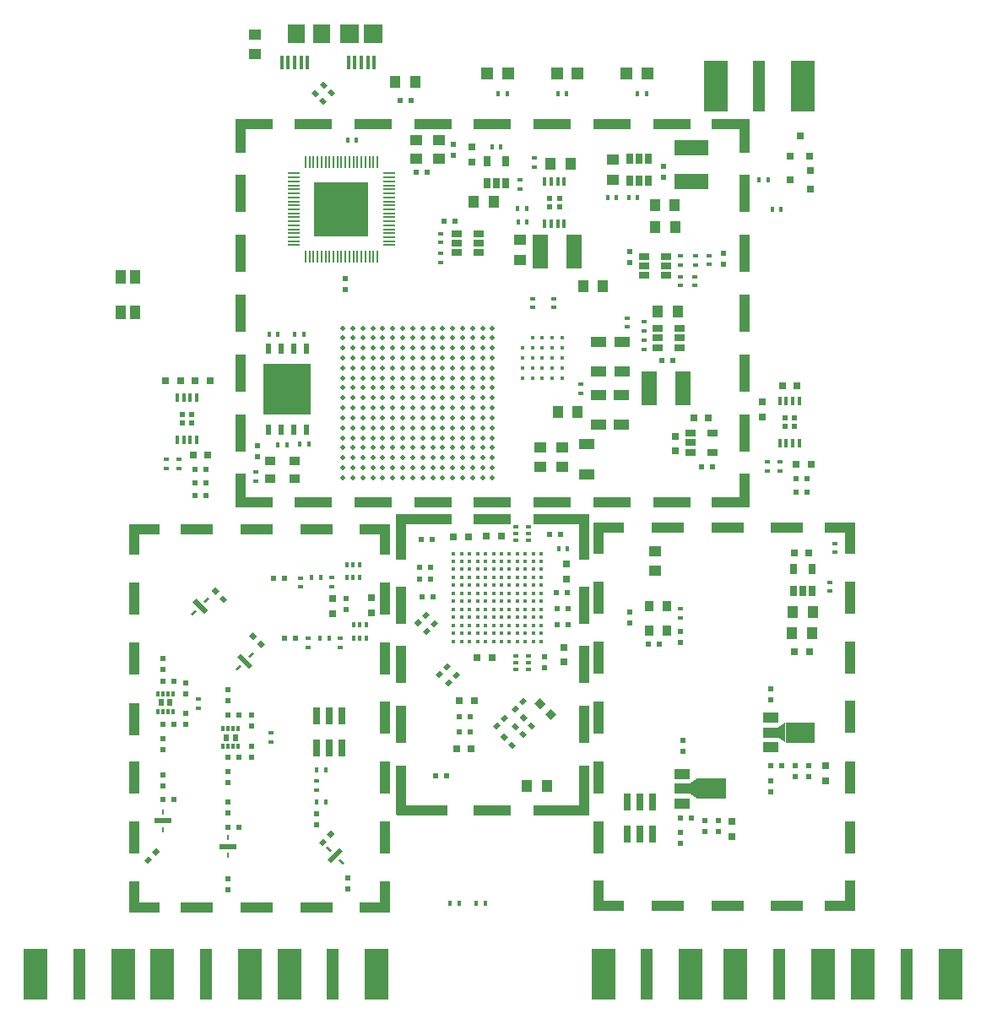
<source format=gtp>
G04 #@! TF.FileFunction,Paste,Top*
%FSLAX46Y46*%
G04 Gerber Fmt 4.6, Leading zero omitted, Abs format (unit mm)*
G04 Created by KiCad (PCBNEW 4.0.4-stable) date Sun Nov  6 13:49:44 2016*
%MOMM*%
%LPD*%
G01*
G04 APERTURE LIST*
%ADD10C,0.100000*%
%ADD11R,0.800100X0.800100*%
%ADD12R,0.800000X0.750000*%
%ADD13C,0.450000*%
%ADD14R,0.500000X0.600000*%
%ADD15R,5.550000X1.000000*%
%ADD16R,3.800000X1.000000*%
%ADD17R,1.000000X4.580000*%
%ADD18R,1.000000X3.800000*%
%ADD19R,1.000000X4.980000*%
%ADD20R,5.140000X1.000000*%
%ADD21R,0.750000X0.800000*%
%ADD22R,3.050000X1.000000*%
%ADD23R,3.300000X1.000000*%
%ADD24R,1.000000X3.050000*%
%ADD25R,1.000000X3.300000*%
%ADD26R,1.000000X3.150000*%
%ADD27R,1.501140X1.000760*%
%ADD28R,2.999740X1.998980*%
%ADD29R,0.600000X0.500000*%
%ADD30R,2.413000X5.080000*%
%ADD31R,1.250000X5.080000*%
%ADD32R,0.400000X1.350000*%
%ADD33R,1.900000X1.900000*%
%ADD34R,1.800000X1.900000*%
%ADD35R,1.600000X1.000000*%
%ADD36R,1.000000X1.250000*%
%ADD37R,1.250000X1.000000*%
%ADD38R,1.198880X1.198880*%
%ADD39R,0.270000X0.600000*%
%ADD40R,1.700000X0.500000*%
%ADD41R,1.500000X3.400000*%
%ADD42R,3.400000X1.500000*%
%ADD43R,0.400000X0.600000*%
%ADD44R,0.600000X0.400000*%
%ADD45R,0.762000X1.651000*%
%ADD46R,0.300000X0.500000*%
%ADD47R,0.528000X0.636000*%
%ADD48R,0.650000X1.060000*%
%ADD49R,0.420000X0.890000*%
%ADD50R,0.564000X0.504000*%
%ADD51R,1.060000X0.650000*%
%ADD52R,0.900000X1.000000*%
%ADD53O,1.200000X0.220000*%
%ADD54O,0.220000X1.200000*%
%ADD55R,5.450000X5.450000*%
%ADD56R,1.000000X0.900000*%
%ADD57R,0.500000X1.000000*%
%ADD58R,4.800000X5.160000*%
%ADD59C,0.500380*%
%ADD60R,1.300000X1.050000*%
%ADD61R,3.850000X1.000000*%
%ADD62R,1.000000X3.350000*%
%ADD63R,0.350000X0.500000*%
%ADD64R,0.500000X0.350000*%
%ADD65R,1.050000X1.400000*%
G04 APERTURE END LIST*
D10*
D11*
X104880000Y-58760760D03*
X106780000Y-58760760D03*
X105830000Y-56761780D03*
D10*
G36*
X57924645Y-127908909D02*
X57571091Y-127555355D01*
X57995355Y-127131091D01*
X58348909Y-127484645D01*
X57924645Y-127908909D01*
X57924645Y-127908909D01*
G37*
G36*
X58702463Y-127131091D02*
X58348909Y-126777537D01*
X58773173Y-126353273D01*
X59126727Y-126706827D01*
X58702463Y-127131091D01*
X58702463Y-127131091D01*
G37*
D12*
X44960000Y-88750000D03*
X46460000Y-88750000D03*
D13*
X71100000Y-98600000D03*
X71100000Y-99400000D03*
X71100000Y-100200000D03*
X71100000Y-101000000D03*
X71100000Y-101800000D03*
X71100000Y-102600000D03*
X71100000Y-103400000D03*
X71100000Y-104200000D03*
X71100000Y-105000000D03*
X71100000Y-105800000D03*
X71100000Y-106600000D03*
X71100000Y-107400000D03*
X71900000Y-98600000D03*
X71900000Y-99400000D03*
X71900000Y-100200000D03*
X71900000Y-101000000D03*
X71900000Y-101800000D03*
X71900000Y-102600000D03*
X71900000Y-103400000D03*
X71900000Y-104200000D03*
X71900000Y-105000000D03*
X71900000Y-105800000D03*
X71900000Y-106600000D03*
X71900000Y-107400000D03*
X72700000Y-98600000D03*
X72700000Y-99400000D03*
X72700000Y-100200000D03*
X72700000Y-101000000D03*
X72700000Y-101800000D03*
X72700000Y-102600000D03*
X72700000Y-103400000D03*
X72700000Y-104200000D03*
X72700000Y-105000000D03*
X72700000Y-105800000D03*
X72700000Y-106600000D03*
X72700000Y-107400000D03*
X73500000Y-98600000D03*
X73500000Y-99400000D03*
X73500000Y-100200000D03*
X73500000Y-101000000D03*
X73500000Y-101800000D03*
X73500000Y-102600000D03*
X73500000Y-103400000D03*
X73500000Y-104200000D03*
X73500000Y-105000000D03*
X73500000Y-105800000D03*
X73500000Y-106600000D03*
X73500000Y-107400000D03*
X74300000Y-98600000D03*
X74300000Y-99400000D03*
X74300000Y-100200000D03*
X74300000Y-101000000D03*
X74300000Y-101800000D03*
X74300000Y-102600000D03*
X74300000Y-103400000D03*
X74300000Y-104200000D03*
X74300000Y-105000000D03*
X74300000Y-105800000D03*
X74300000Y-106600000D03*
X74300000Y-107400000D03*
X75100000Y-98600000D03*
X75100000Y-99400000D03*
X75100000Y-100200000D03*
X75100000Y-101000000D03*
X75100000Y-101800000D03*
X75100000Y-102600000D03*
X75100000Y-103400000D03*
X75100000Y-104200000D03*
X75100000Y-105000000D03*
X75100000Y-105800000D03*
X75100000Y-106600000D03*
X75100000Y-107400000D03*
X75900000Y-98600000D03*
X75900000Y-99400000D03*
X75900000Y-100200000D03*
X75900000Y-101000000D03*
X75900000Y-101800000D03*
X75900000Y-102600000D03*
X75900000Y-103400000D03*
X75900000Y-104200000D03*
X75900000Y-105000000D03*
X75900000Y-105800000D03*
X75900000Y-106600000D03*
X75900000Y-107400000D03*
X76700000Y-98600000D03*
X76700000Y-99400000D03*
X76700000Y-100200000D03*
X76700000Y-101000000D03*
X76700000Y-101800000D03*
X76700000Y-102600000D03*
X76700000Y-103400000D03*
X76700000Y-104200000D03*
X76700000Y-105000000D03*
X76700000Y-105800000D03*
X76700000Y-106600000D03*
X76700000Y-107400000D03*
X77500000Y-98600000D03*
X77500000Y-99400000D03*
X77500000Y-100200000D03*
X77500000Y-101000000D03*
X77500000Y-101800000D03*
X77500000Y-102600000D03*
X77500000Y-103400000D03*
X77500000Y-104200000D03*
X77500000Y-105000000D03*
X77500000Y-105800000D03*
X77500000Y-106600000D03*
X77500000Y-107400000D03*
X78300000Y-98600000D03*
X78300000Y-99400000D03*
X78300000Y-100200000D03*
X78300000Y-101000000D03*
X78300000Y-101800000D03*
X78300000Y-102600000D03*
X78300000Y-103400000D03*
X78300000Y-104200000D03*
X78300000Y-105000000D03*
X78300000Y-105800000D03*
X78300000Y-106600000D03*
X78300000Y-107400000D03*
X79100000Y-98600000D03*
X79100000Y-99400000D03*
X79100000Y-100200000D03*
X79100000Y-101000000D03*
X79100000Y-101800000D03*
X79100000Y-102600000D03*
X79100000Y-103400000D03*
X79100000Y-104200000D03*
X79100000Y-105000000D03*
X79100000Y-105800000D03*
X79100000Y-106600000D03*
X79100000Y-107400000D03*
X79900000Y-98600000D03*
X79900000Y-99400000D03*
X79900000Y-100200000D03*
X79900000Y-101000000D03*
X79900000Y-101800000D03*
X79900000Y-102600000D03*
X79900000Y-103400000D03*
X79900000Y-104200000D03*
X79900000Y-105000000D03*
X79900000Y-105800000D03*
X79900000Y-106600000D03*
X79900000Y-107400000D03*
D14*
X80200000Y-108950000D03*
X80200000Y-110050000D03*
D15*
X81885000Y-95180000D03*
D16*
X75000000Y-95180000D03*
D15*
X68135000Y-95180000D03*
D17*
X65860000Y-96970000D03*
D18*
X65860000Y-103760000D03*
X65860000Y-109760000D03*
X65860000Y-115760000D03*
D19*
X65860000Y-122350000D03*
D20*
X67930000Y-124340000D03*
D16*
X75000000Y-124340000D03*
D15*
X81885000Y-124340000D03*
D19*
X84160000Y-122350000D03*
D18*
X84160000Y-115760000D03*
X84160000Y-109760000D03*
X84160000Y-103760000D03*
D17*
X84160000Y-96970000D03*
D21*
X58940000Y-103140000D03*
X58940000Y-104640000D03*
D22*
X63225000Y-96200000D03*
D23*
X57350000Y-96200000D03*
X51350000Y-96200000D03*
X45350000Y-96200000D03*
D22*
X40075000Y-96200000D03*
D24*
X64250000Y-97225000D03*
D25*
X64250000Y-103100000D03*
X64250000Y-109100000D03*
X64250000Y-115100000D03*
X64250000Y-121100000D03*
X64250000Y-127100000D03*
D26*
X64250000Y-133025000D03*
D22*
X63225000Y-134100000D03*
D23*
X57350000Y-134100000D03*
X51350000Y-134100000D03*
X45350000Y-134100000D03*
D22*
X40075000Y-134100000D03*
D26*
X39050000Y-133025000D03*
D25*
X39050000Y-127100000D03*
X39050000Y-121100000D03*
X39050000Y-115200000D03*
X39050000Y-109100000D03*
X39050000Y-103100000D03*
D24*
X39050000Y-97225000D03*
D22*
X86675000Y-133950000D03*
D23*
X92550000Y-133950000D03*
X98550000Y-133950000D03*
X104550000Y-133950000D03*
D22*
X109825000Y-133950000D03*
D24*
X85650000Y-132925000D03*
D25*
X85650000Y-127050000D03*
X85650000Y-121050000D03*
X85650000Y-115050000D03*
X85650000Y-109050000D03*
X85650000Y-103050000D03*
D26*
X85650000Y-97125000D03*
D22*
X86675000Y-96050000D03*
D23*
X92550000Y-96050000D03*
X98550000Y-96050000D03*
X104550000Y-96050000D03*
D22*
X109825000Y-96050000D03*
D26*
X110850000Y-97125000D03*
D25*
X110850000Y-103050000D03*
X110850000Y-109050000D03*
X110850000Y-114950000D03*
X110850000Y-121050000D03*
X110850000Y-127050000D03*
D24*
X110850000Y-132925000D03*
D27*
X94048340Y-120698860D03*
X94048340Y-122200000D03*
X94048340Y-123701140D03*
D28*
X96999820Y-122200000D03*
D10*
G36*
X95525350Y-123200760D02*
X94776050Y-122700380D01*
X94776050Y-121699620D01*
X95525350Y-121199240D01*
X95525350Y-123200760D01*
X95525350Y-123200760D01*
G37*
D29*
X45160000Y-90210000D03*
X46260000Y-90210000D03*
D30*
X106131500Y-51690000D03*
X97368500Y-51690000D03*
D31*
X101750000Y-51690000D03*
D30*
X99368500Y-140810000D03*
X108131500Y-140810000D03*
D31*
X103750000Y-140810000D03*
D30*
X29168500Y-140810000D03*
X37931500Y-140810000D03*
D31*
X33550000Y-140810000D03*
D32*
X63150000Y-49325000D03*
X62500000Y-49325000D03*
X61850000Y-49325000D03*
X61200000Y-49325000D03*
X60550000Y-49325000D03*
X56450000Y-49325000D03*
X55800000Y-49325000D03*
X55150000Y-49325000D03*
X54500000Y-49325000D03*
X53850000Y-49325000D03*
D33*
X63050000Y-46500000D03*
X60650000Y-46500000D03*
D34*
X57850000Y-46500000D03*
X55350000Y-46500000D03*
D35*
X84490000Y-87660000D03*
X84490000Y-90660000D03*
D14*
X60530000Y-132270000D03*
X60530000Y-131170000D03*
X48490000Y-131220000D03*
X48490000Y-132320000D03*
X93825000Y-126600000D03*
X93825000Y-127700000D03*
X96325000Y-125400000D03*
X96325000Y-126500000D03*
X97625000Y-125400000D03*
X97625000Y-126500000D03*
X48500000Y-123520000D03*
X48500000Y-124620000D03*
X57350000Y-124750000D03*
X57350000Y-125850000D03*
D21*
X99050000Y-125500000D03*
X99050000Y-127000000D03*
D14*
X94100000Y-117350000D03*
X94100000Y-118450000D03*
X50800000Y-119070000D03*
X50800000Y-117970000D03*
D10*
G36*
X76922182Y-115925736D02*
X77275736Y-115572182D01*
X77700000Y-115996446D01*
X77346446Y-116350000D01*
X76922182Y-115925736D01*
X76922182Y-115925736D01*
G37*
G36*
X77700000Y-116703554D02*
X78053554Y-116350000D01*
X78477818Y-116774264D01*
X78124264Y-117127818D01*
X77700000Y-116703554D01*
X77700000Y-116703554D01*
G37*
G36*
X77772182Y-115025736D02*
X78125736Y-114672182D01*
X78550000Y-115096446D01*
X78196446Y-115450000D01*
X77772182Y-115025736D01*
X77772182Y-115025736D01*
G37*
G36*
X78550000Y-115803554D02*
X78903554Y-115450000D01*
X79327818Y-115874264D01*
X78974264Y-116227818D01*
X78550000Y-115803554D01*
X78550000Y-115803554D01*
G37*
D29*
X72770000Y-116470000D03*
X71670000Y-116470000D03*
D36*
X78450000Y-121900000D03*
X80450000Y-121900000D03*
D10*
G36*
X79221662Y-113651992D02*
X79751992Y-113121662D01*
X80317678Y-113687348D01*
X79787348Y-114217678D01*
X79221662Y-113651992D01*
X79221662Y-113651992D01*
G37*
G36*
X80282322Y-114712652D02*
X80812652Y-114182322D01*
X81378338Y-114748008D01*
X80848008Y-115278338D01*
X80282322Y-114712652D01*
X80282322Y-114712652D01*
G37*
D12*
X72870000Y-118200000D03*
X71370000Y-118200000D03*
D14*
X50800000Y-114820000D03*
X50800000Y-115920000D03*
D10*
G36*
X70474264Y-109522182D02*
X70827818Y-109875736D01*
X70403554Y-110300000D01*
X70050000Y-109946446D01*
X70474264Y-109522182D01*
X70474264Y-109522182D01*
G37*
G36*
X69696446Y-110300000D02*
X70050000Y-110653554D01*
X69625736Y-111077818D01*
X69272182Y-110724264D01*
X69696446Y-110300000D01*
X69696446Y-110300000D01*
G37*
G36*
X71424264Y-110372182D02*
X71777818Y-110725736D01*
X71353554Y-111150000D01*
X71000000Y-110796446D01*
X71424264Y-110372182D01*
X71424264Y-110372182D01*
G37*
G36*
X70646446Y-111150000D02*
X71000000Y-111503554D01*
X70575736Y-111927818D01*
X70222182Y-111574264D01*
X70646446Y-111150000D01*
X70646446Y-111150000D01*
G37*
G36*
X75822182Y-116975736D02*
X76175736Y-116622182D01*
X76600000Y-117046446D01*
X76246446Y-117400000D01*
X75822182Y-116975736D01*
X75822182Y-116975736D01*
G37*
G36*
X76600000Y-117753554D02*
X76953554Y-117400000D01*
X77377818Y-117824264D01*
X77024264Y-118177818D01*
X76600000Y-117753554D01*
X76600000Y-117753554D01*
G37*
D14*
X48500000Y-113370000D03*
X48500000Y-112270000D03*
D29*
X55250000Y-107100000D03*
X54150000Y-107100000D03*
D10*
G36*
X68335355Y-104361091D02*
X68688909Y-104714645D01*
X68264645Y-105138909D01*
X67911091Y-104785355D01*
X68335355Y-104361091D01*
X68335355Y-104361091D01*
G37*
G36*
X67557537Y-105138909D02*
X67911091Y-105492463D01*
X67486827Y-105916727D01*
X67133273Y-105563173D01*
X67557537Y-105138909D01*
X67557537Y-105138909D01*
G37*
G36*
X69185355Y-105211091D02*
X69538909Y-105564645D01*
X69114645Y-105988909D01*
X68761091Y-105635355D01*
X69185355Y-105211091D01*
X69185355Y-105211091D01*
G37*
G36*
X68407537Y-105988909D02*
X68761091Y-106342463D01*
X68336827Y-106766727D01*
X67983273Y-106413173D01*
X68407537Y-105988909D01*
X68407537Y-105988909D01*
G37*
D36*
X82820000Y-59530000D03*
X80820000Y-59530000D03*
D37*
X87110000Y-59100000D03*
X87110000Y-61100000D03*
D21*
X72950000Y-57810000D03*
X72950000Y-59310000D03*
D14*
X92160000Y-60850000D03*
X92160000Y-59750000D03*
D29*
X92010000Y-79280000D03*
X93110000Y-79280000D03*
D36*
X73110000Y-63320000D03*
X75110000Y-63320000D03*
D37*
X77750000Y-67140000D03*
X77750000Y-69140000D03*
D36*
X93270000Y-63690000D03*
X91270000Y-63690000D03*
D35*
X85630000Y-80380000D03*
X85630000Y-77380000D03*
D36*
X93310000Y-65870000D03*
X91310000Y-65870000D03*
D35*
X87970000Y-80390000D03*
X87970000Y-77390000D03*
D21*
X93310000Y-88330000D03*
X93310000Y-86830000D03*
D12*
X46700000Y-81290000D03*
X45200000Y-81290000D03*
X105570000Y-81780000D03*
X104070000Y-81780000D03*
D21*
X102060000Y-83410000D03*
X102060000Y-84910000D03*
D12*
X42210000Y-81260000D03*
X43710000Y-81260000D03*
D29*
X97030000Y-89950000D03*
X95930000Y-89950000D03*
D12*
X96680000Y-85030000D03*
X95180000Y-85030000D03*
D29*
X71200000Y-65290000D03*
X70100000Y-65290000D03*
D12*
X105440000Y-89670000D03*
X106940000Y-89670000D03*
D29*
X45130000Y-91530000D03*
X46230000Y-91530000D03*
X105440000Y-91100000D03*
X106540000Y-91100000D03*
X45140000Y-92830000D03*
X46240000Y-92830000D03*
X105440000Y-92480000D03*
X106540000Y-92480000D03*
D36*
X105050000Y-106630000D03*
X107050000Y-106630000D03*
D29*
X72790000Y-114970000D03*
X71690000Y-114970000D03*
D36*
X105110000Y-104440000D03*
X107110000Y-104440000D03*
D14*
X60300000Y-103120000D03*
X60300000Y-104220000D03*
D29*
X68950000Y-97210000D03*
X67850000Y-97210000D03*
D12*
X105300000Y-108480000D03*
X106800000Y-108480000D03*
D29*
X90650000Y-107720000D03*
X91750000Y-107720000D03*
D14*
X93860000Y-106390000D03*
X93860000Y-107490000D03*
X88780000Y-105580000D03*
X88780000Y-104480000D03*
D21*
X62850000Y-103030000D03*
X62850000Y-104530000D03*
D12*
X73440000Y-109050000D03*
X74940000Y-109050000D03*
D29*
X81470000Y-105720000D03*
X82570000Y-105720000D03*
X81460000Y-104180000D03*
X82560000Y-104180000D03*
D21*
X82420000Y-99650000D03*
X82420000Y-101150000D03*
D29*
X69000000Y-102950000D03*
X67900000Y-102950000D03*
X80760000Y-96690000D03*
X81860000Y-96690000D03*
D12*
X72560000Y-96970000D03*
X71060000Y-96970000D03*
X75910000Y-96820000D03*
X74410000Y-96820000D03*
D29*
X81420000Y-102570000D03*
X82520000Y-102570000D03*
X65770000Y-53200000D03*
X66870000Y-53200000D03*
D10*
G36*
X58366727Y-53263173D02*
X58013173Y-53616727D01*
X57588909Y-53192463D01*
X57942463Y-52838909D01*
X58366727Y-53263173D01*
X58366727Y-53263173D01*
G37*
G36*
X57588909Y-52485355D02*
X57235355Y-52838909D01*
X56811091Y-52414645D01*
X57164645Y-52061091D01*
X57588909Y-52485355D01*
X57588909Y-52485355D01*
G37*
D29*
X67380000Y-60360000D03*
X68480000Y-60360000D03*
D10*
G36*
X59216727Y-52413173D02*
X58863173Y-52766727D01*
X58438909Y-52342463D01*
X58792463Y-51988909D01*
X59216727Y-52413173D01*
X59216727Y-52413173D01*
G37*
G36*
X58438909Y-51635355D02*
X58085355Y-51988909D01*
X57661091Y-51564645D01*
X58014645Y-51211091D01*
X58438909Y-51635355D01*
X58438909Y-51635355D01*
G37*
D14*
X60270000Y-71020000D03*
X60270000Y-72120000D03*
X71070000Y-57570000D03*
X71070000Y-58670000D03*
X51420000Y-87800000D03*
X51420000Y-88900000D03*
D36*
X84070000Y-71810000D03*
X86070000Y-71810000D03*
D35*
X87940000Y-82700000D03*
X87940000Y-85700000D03*
X85640000Y-82700000D03*
X85640000Y-85700000D03*
D36*
X83540000Y-84370000D03*
X81540000Y-84370000D03*
D37*
X81970000Y-87950000D03*
X81970000Y-89950000D03*
X79780000Y-87950000D03*
X79780000Y-89950000D03*
D14*
X98170000Y-69560000D03*
X98170000Y-68460000D03*
X88750000Y-69390000D03*
X88750000Y-68290000D03*
D38*
X76549020Y-50500000D03*
X74450980Y-50500000D03*
X83549020Y-50500000D03*
X81450980Y-50500000D03*
X90549020Y-50500000D03*
X88450980Y-50500000D03*
D39*
X48490000Y-128890000D03*
X48490000Y-127090000D03*
D40*
X48490000Y-127990000D03*
D10*
G36*
X60153987Y-129613069D02*
X59963069Y-129803987D01*
X59538805Y-129379723D01*
X59729723Y-129188805D01*
X60153987Y-129613069D01*
X60153987Y-129613069D01*
G37*
G36*
X58881195Y-128340277D02*
X58690277Y-128531195D01*
X58266013Y-128106931D01*
X58456931Y-127916013D01*
X58881195Y-128340277D01*
X58881195Y-128340277D01*
G37*
G36*
X59987817Y-128435736D02*
X58785736Y-129637817D01*
X58432183Y-129284264D01*
X59634264Y-128082183D01*
X59987817Y-128435736D01*
X59987817Y-128435736D01*
G37*
G36*
X49396931Y-110323987D02*
X49206013Y-110133069D01*
X49630277Y-109708805D01*
X49821195Y-109899723D01*
X49396931Y-110323987D01*
X49396931Y-110323987D01*
G37*
G36*
X50669723Y-109051195D02*
X50478805Y-108860277D01*
X50903069Y-108436013D01*
X51093987Y-108626931D01*
X50669723Y-109051195D01*
X50669723Y-109051195D01*
G37*
G36*
X50574264Y-110157817D02*
X49372183Y-108955736D01*
X49725736Y-108602183D01*
X50927817Y-109804264D01*
X50574264Y-110157817D01*
X50574264Y-110157817D01*
G37*
D29*
X93875000Y-125175000D03*
X94975000Y-125175000D03*
X48490000Y-126060000D03*
X49590000Y-126060000D03*
D14*
X48500000Y-121600000D03*
X48500000Y-120500000D03*
D29*
X48500000Y-119070000D03*
X49600000Y-119070000D03*
D10*
G36*
X78124264Y-113022182D02*
X78477818Y-113375736D01*
X78053554Y-113800000D01*
X77700000Y-113446446D01*
X78124264Y-113022182D01*
X78124264Y-113022182D01*
G37*
G36*
X77346446Y-113800000D02*
X77700000Y-114153554D01*
X77275736Y-114577818D01*
X76922182Y-114224264D01*
X77346446Y-113800000D01*
X77346446Y-113800000D01*
G37*
G36*
X75375736Y-116277818D02*
X75022182Y-115924264D01*
X75446446Y-115500000D01*
X75800000Y-115853554D01*
X75375736Y-116277818D01*
X75375736Y-116277818D01*
G37*
G36*
X76153554Y-115500000D02*
X75800000Y-115146446D01*
X76224264Y-114722182D01*
X76577818Y-115075736D01*
X76153554Y-115500000D01*
X76153554Y-115500000D01*
G37*
D29*
X49600000Y-114820000D03*
X48500000Y-114820000D03*
D10*
G36*
X52177818Y-107724264D02*
X51824264Y-108077818D01*
X51400000Y-107653554D01*
X51753554Y-107300000D01*
X52177818Y-107724264D01*
X52177818Y-107724264D01*
G37*
G36*
X51400000Y-106946446D02*
X51046446Y-107300000D01*
X50622182Y-106875736D01*
X50975736Y-106522182D01*
X51400000Y-106946446D01*
X51400000Y-106946446D01*
G37*
D41*
X83220000Y-68290000D03*
X79820000Y-68290000D03*
D42*
X94930000Y-57900000D03*
X94930000Y-61300000D03*
D41*
X94120000Y-82050000D03*
X90720000Y-82050000D03*
D37*
X91350000Y-98350000D03*
X91350000Y-100350000D03*
X51150000Y-46530000D03*
X51150000Y-48530000D03*
D36*
X65250000Y-51330000D03*
X67250000Y-51330000D03*
D11*
X106850760Y-62090000D03*
X106850760Y-60190000D03*
X104851780Y-61140000D03*
D43*
X75550000Y-52500000D03*
X76450000Y-52500000D03*
X81550000Y-52500000D03*
X82450000Y-52500000D03*
X89550000Y-52500000D03*
X90450000Y-52500000D03*
D44*
X52750000Y-116600000D03*
X52750000Y-117500000D03*
D43*
X74930000Y-57840000D03*
X75830000Y-57840000D03*
D44*
X77800000Y-61150000D03*
X77800000Y-62050000D03*
D43*
X77550000Y-65350000D03*
X78450000Y-65350000D03*
X78440000Y-63980000D03*
X77540000Y-63980000D03*
X89550000Y-62910000D03*
X88650000Y-62910000D03*
X87440000Y-62930000D03*
X86540000Y-62930000D03*
D44*
X90200000Y-78150000D03*
X90200000Y-77250000D03*
X90180000Y-76250000D03*
X90180000Y-75350000D03*
X109340000Y-98490000D03*
X109340000Y-97590000D03*
X69810000Y-66530000D03*
X69810000Y-67430000D03*
X69800000Y-68490000D03*
X69800000Y-69390000D03*
X43550000Y-90060000D03*
X43550000Y-89160000D03*
X42250000Y-89160000D03*
X42250000Y-90060000D03*
X103860000Y-90320000D03*
X103860000Y-89420000D03*
X102540000Y-89410000D03*
X102540000Y-90310000D03*
X88540000Y-74990000D03*
X88540000Y-75890000D03*
X79210000Y-58930000D03*
X79210000Y-59830000D03*
X93870000Y-105050000D03*
X93870000Y-104150000D03*
X83840000Y-82560000D03*
X83840000Y-81660000D03*
D43*
X81620000Y-98160000D03*
X82520000Y-98160000D03*
X60450000Y-57150000D03*
X61350000Y-57150000D03*
D44*
X51300000Y-90460000D03*
X51300000Y-91360000D03*
D43*
X52590000Y-76650000D03*
X53490000Y-76650000D03*
X55190000Y-76630000D03*
X56090000Y-76630000D03*
X54380000Y-87710000D03*
X53480000Y-87710000D03*
X56560000Y-87650000D03*
X55660000Y-87650000D03*
X101750000Y-61140000D03*
X102650000Y-61140000D03*
D44*
X79000000Y-73050000D03*
X79000000Y-73950000D03*
X81150000Y-73030000D03*
X81150000Y-73930000D03*
D43*
X103960000Y-64070000D03*
X103060000Y-64070000D03*
D44*
X96740000Y-68730000D03*
X96740000Y-69630000D03*
X95340000Y-69640000D03*
X95340000Y-68740000D03*
X95290000Y-70840000D03*
X95290000Y-71740000D03*
X93870000Y-68760000D03*
X93870000Y-69660000D03*
X93880000Y-70840000D03*
X93880000Y-71740000D03*
D43*
X74300000Y-133720000D03*
X73400000Y-133720000D03*
X71630000Y-133720000D03*
X70730000Y-133720000D03*
D45*
X91060000Y-126725000D03*
X89790000Y-126725000D03*
X88520000Y-126725000D03*
X88520000Y-123550000D03*
X89790000Y-123550000D03*
X91060000Y-123550000D03*
X59920000Y-118087500D03*
X58650000Y-118087500D03*
X57380000Y-118087500D03*
X57380000Y-114912500D03*
X58650000Y-114912500D03*
X59920000Y-114912500D03*
D46*
X48000000Y-117970000D03*
X48500000Y-117970000D03*
X49000000Y-117970000D03*
X49500000Y-117970000D03*
X49500000Y-116170000D03*
X49000000Y-116170000D03*
X48500000Y-116170000D03*
X48000000Y-116170000D03*
D47*
X49190000Y-117070000D03*
X48310000Y-117070000D03*
D48*
X74450000Y-61500000D03*
X75400000Y-61500000D03*
X76350000Y-61500000D03*
X76350000Y-59300000D03*
X74450000Y-59300000D03*
D49*
X82205000Y-61295000D03*
X81555000Y-61295000D03*
X80905000Y-61295000D03*
X80255000Y-61295000D03*
X80255000Y-65505000D03*
X80905000Y-65505000D03*
X81555000Y-65505000D03*
X82205000Y-65505000D03*
D50*
X80760000Y-63820000D03*
X81700000Y-63820000D03*
X80760000Y-62980000D03*
X81700000Y-62980000D03*
D48*
X90660000Y-59050000D03*
X89710000Y-59050000D03*
X88760000Y-59050000D03*
X88760000Y-61250000D03*
X90660000Y-61250000D03*
X89710000Y-61250000D03*
D51*
X93750000Y-77950000D03*
X93750000Y-77000000D03*
X93750000Y-76050000D03*
X91550000Y-76050000D03*
X91550000Y-77950000D03*
X91550000Y-77000000D03*
X94900000Y-86550000D03*
X94900000Y-87500000D03*
X94900000Y-88450000D03*
X97100000Y-88450000D03*
X97100000Y-86550000D03*
D49*
X45325000Y-82995000D03*
X44675000Y-82995000D03*
X44025000Y-82995000D03*
X43375000Y-82995000D03*
X43375000Y-87205000D03*
X44025000Y-87205000D03*
X44675000Y-87205000D03*
X45325000Y-87205000D03*
D50*
X43880000Y-85520000D03*
X44820000Y-85520000D03*
X43880000Y-84680000D03*
X44820000Y-84680000D03*
D49*
X105765000Y-83345000D03*
X105115000Y-83345000D03*
X104465000Y-83345000D03*
X103815000Y-83345000D03*
X103815000Y-87555000D03*
X104465000Y-87555000D03*
X105115000Y-87555000D03*
X105765000Y-87555000D03*
D50*
X104320000Y-85870000D03*
X105260000Y-85870000D03*
X104320000Y-85030000D03*
X105260000Y-85030000D03*
D51*
X71400000Y-66550000D03*
X71400000Y-67500000D03*
X71400000Y-68450000D03*
X73600000Y-68450000D03*
X73600000Y-66550000D03*
X73600000Y-67500000D03*
D52*
X92520000Y-106300000D03*
X92520000Y-103900000D03*
X90720000Y-103900000D03*
X90720000Y-106300000D03*
D53*
X64600000Y-67690000D03*
X64600000Y-67290000D03*
X64600000Y-66890000D03*
X64600000Y-66490000D03*
X64600000Y-66090000D03*
X64600000Y-65690000D03*
X64600000Y-65290000D03*
X64600000Y-64890000D03*
X64600000Y-64490000D03*
X64600000Y-64090000D03*
X64600000Y-63690000D03*
X64600000Y-63290000D03*
X64600000Y-62890000D03*
X64600000Y-62490000D03*
X64600000Y-62090000D03*
X64600000Y-61690000D03*
X64600000Y-61290000D03*
X64600000Y-60890000D03*
X64600000Y-60490000D03*
D54*
X63450000Y-59340000D03*
X63050000Y-59340000D03*
X62650000Y-59340000D03*
X62250000Y-59340000D03*
X61850000Y-59340000D03*
X61450000Y-59340000D03*
X61050000Y-59340000D03*
X60650000Y-59340000D03*
X60250000Y-59340000D03*
X59850000Y-59340000D03*
X59450000Y-59340000D03*
X59050000Y-59340000D03*
X58650000Y-59340000D03*
X58250000Y-59340000D03*
X57850000Y-59340000D03*
X57450000Y-59340000D03*
X57050000Y-59340000D03*
X56650000Y-59340000D03*
X56250000Y-59340000D03*
D53*
X55100000Y-60490000D03*
X55100000Y-60890000D03*
X55100000Y-61290000D03*
X55100000Y-61690000D03*
X55100000Y-62090000D03*
X55100000Y-62490000D03*
X55100000Y-62890000D03*
X55100000Y-63290000D03*
X55100000Y-63690000D03*
X55100000Y-64090000D03*
X55100000Y-64490000D03*
X55100000Y-64890000D03*
X55100000Y-65290000D03*
X55100000Y-65690000D03*
X55100000Y-66090000D03*
X55100000Y-66490000D03*
X55100000Y-66890000D03*
X55100000Y-67290000D03*
X55100000Y-67690000D03*
D54*
X56250000Y-68840000D03*
X56650000Y-68840000D03*
X57050000Y-68840000D03*
X57450000Y-68840000D03*
X57850000Y-68840000D03*
X58250000Y-68840000D03*
X58650000Y-68840000D03*
X59050000Y-68840000D03*
X59450000Y-68840000D03*
X59850000Y-68840000D03*
X60250000Y-68840000D03*
X60650000Y-68840000D03*
X61050000Y-68840000D03*
X61450000Y-68840000D03*
X61850000Y-68840000D03*
X62250000Y-68840000D03*
X62650000Y-68840000D03*
X63050000Y-68840000D03*
X63450000Y-68840000D03*
D55*
X59850000Y-64090000D03*
D56*
X52730000Y-91130000D03*
X55130000Y-91130000D03*
X55130000Y-89330000D03*
X52730000Y-89330000D03*
D57*
X56305000Y-78036000D03*
X55035000Y-78036000D03*
X53765000Y-78036000D03*
X52495000Y-78036000D03*
X52495000Y-86164000D03*
X53765000Y-86164000D03*
X55035000Y-86164000D03*
X56305000Y-86164000D03*
D58*
X54400000Y-82100000D03*
D59*
X75000620Y-91000620D03*
X73999860Y-91000620D03*
X72999100Y-91000620D03*
X72000880Y-91000620D03*
X71000120Y-91000620D03*
X69999360Y-91000620D03*
X69001140Y-91000620D03*
X68000380Y-91000620D03*
X66999620Y-91000620D03*
X65998860Y-91000620D03*
X65000640Y-91000620D03*
X63999880Y-91000620D03*
X62999120Y-91000620D03*
X62000900Y-91000620D03*
X61000140Y-91000620D03*
X59999380Y-91000620D03*
X75000620Y-89999860D03*
X75000620Y-88999100D03*
X75000620Y-88000880D03*
X75000620Y-87000120D03*
X75000620Y-85999360D03*
X75000620Y-85001140D03*
X75000620Y-84000380D03*
X75000620Y-82999620D03*
X59999380Y-89999860D03*
X61000140Y-89999860D03*
X62000900Y-89999860D03*
X62999120Y-89999860D03*
X63999880Y-89999860D03*
X65000640Y-89999860D03*
X65998860Y-89999860D03*
X66999620Y-89999860D03*
X68000380Y-89999860D03*
X69001140Y-89999860D03*
X69999360Y-89999860D03*
X71000120Y-89999860D03*
X73999860Y-89999860D03*
X72999100Y-89999860D03*
X72000880Y-89999860D03*
X73999860Y-88999100D03*
X72999100Y-88999100D03*
X72000880Y-88999100D03*
X71000120Y-88999100D03*
X69999360Y-88999100D03*
X69001140Y-88999100D03*
X68000380Y-88999100D03*
X66999620Y-88999100D03*
X73999860Y-88000880D03*
X72999100Y-88000880D03*
X72000880Y-88000880D03*
X71000120Y-88000880D03*
X69999360Y-88000880D03*
X69001140Y-88000880D03*
X68000380Y-88000880D03*
X66999620Y-88000880D03*
X73999860Y-87000120D03*
X72999100Y-87000120D03*
X72000880Y-87000120D03*
X65998860Y-88999100D03*
X65998860Y-88000880D03*
X65000640Y-88999100D03*
X65000640Y-88000880D03*
X63999880Y-88000880D03*
X63999880Y-88999100D03*
X62999120Y-88999100D03*
X62000900Y-88999100D03*
X62000900Y-88000880D03*
X62999120Y-88000880D03*
X61000140Y-88999100D03*
X61000140Y-88000880D03*
X59999380Y-88000880D03*
X59999380Y-88999100D03*
X62999120Y-87000120D03*
X62999120Y-85999360D03*
X62999120Y-85001140D03*
X62000900Y-85001140D03*
X62000900Y-85999360D03*
X62000900Y-87000120D03*
X61000140Y-87000120D03*
X61000140Y-85999360D03*
X61000140Y-85001140D03*
X59999380Y-85001140D03*
X59999380Y-85999360D03*
X59999380Y-87000120D03*
X73999860Y-85999360D03*
X72999100Y-85999360D03*
X72000880Y-85999360D03*
X72000880Y-85001140D03*
X72999100Y-85001140D03*
X73999860Y-85001140D03*
X73999860Y-84000380D03*
X72999100Y-84000380D03*
X72000880Y-84000380D03*
X72000880Y-82999620D03*
X72999100Y-82999620D03*
X73999860Y-82999620D03*
X75000620Y-81998860D03*
X73999860Y-81998860D03*
X72999100Y-81998860D03*
X72000880Y-81998860D03*
X72000880Y-81000640D03*
X72999100Y-81000640D03*
X73999860Y-81000640D03*
X75000620Y-81000640D03*
X75000620Y-79999880D03*
X73999860Y-79999880D03*
X72999100Y-79999880D03*
X72000880Y-79999880D03*
X72000880Y-78999120D03*
X72000880Y-78000900D03*
X72000880Y-77000140D03*
X72999100Y-77000140D03*
X72999100Y-78000900D03*
X72999100Y-78999120D03*
X73999860Y-78999120D03*
X73999860Y-78000900D03*
X73999860Y-77000140D03*
X75000620Y-78999120D03*
X75000620Y-78000900D03*
X75000620Y-77000140D03*
X75000620Y-75999380D03*
X73999860Y-75999380D03*
X72999100Y-75999380D03*
X72000880Y-75999380D03*
X68000380Y-87000120D03*
X69001140Y-87000120D03*
X69999360Y-87000120D03*
X71000120Y-87000120D03*
X71000120Y-85999360D03*
X69999360Y-85999360D03*
X69001140Y-85999360D03*
X68000380Y-85999360D03*
X71000120Y-85001140D03*
X69999360Y-85001140D03*
X69001140Y-85001140D03*
X68000380Y-85001140D03*
X71000120Y-84000380D03*
X69999360Y-84000380D03*
X69001140Y-84000380D03*
X68000380Y-84000380D03*
X71000120Y-82999620D03*
X69999360Y-82999620D03*
X69001140Y-82999620D03*
X68000380Y-82999620D03*
X71000120Y-81998860D03*
X69999360Y-81998860D03*
X69001140Y-81998860D03*
X68000380Y-81998860D03*
X71000120Y-81000640D03*
X69999360Y-81000640D03*
X69001140Y-81000640D03*
X68000380Y-81000640D03*
X71000120Y-79999880D03*
X69999360Y-79999880D03*
X69001140Y-79999880D03*
X71000120Y-78000900D03*
X69999360Y-78000900D03*
X71000120Y-77000140D03*
X69999360Y-77000140D03*
X71000120Y-75999380D03*
X69999360Y-75999380D03*
X68000380Y-79999880D03*
X71000120Y-78999120D03*
X69999360Y-78999120D03*
X69001140Y-78999120D03*
X65000640Y-78000900D03*
X65998860Y-78000900D03*
X66999620Y-78000900D03*
X68000380Y-78000900D03*
X69001140Y-78000900D03*
X69001140Y-77000140D03*
X68000380Y-77000140D03*
X66999620Y-77000140D03*
X65998860Y-77000140D03*
X65000640Y-77000140D03*
X69001140Y-75999380D03*
X68000380Y-75999380D03*
X66999620Y-75999380D03*
X65998860Y-75999380D03*
X65000640Y-75999380D03*
X68000380Y-78999120D03*
X66999620Y-87000120D03*
X65998860Y-87000120D03*
X65000640Y-87000120D03*
X63999880Y-87000120D03*
X63999880Y-78000900D03*
X66999620Y-85999360D03*
X65998860Y-85999360D03*
X65000640Y-85999360D03*
X63999880Y-85999360D03*
X66999620Y-82999620D03*
X63999880Y-85001140D03*
X65000640Y-85001140D03*
X65998860Y-85001140D03*
X66999620Y-85001140D03*
X63999880Y-77000140D03*
X63999880Y-75999380D03*
X66999620Y-84000380D03*
X65998860Y-84000380D03*
X65000640Y-84000380D03*
X63999880Y-84000380D03*
X65998860Y-82999620D03*
X65000640Y-82999620D03*
X63999880Y-82999620D03*
X62999120Y-84000380D03*
X62999120Y-82999620D03*
X62999120Y-81998860D03*
X62999120Y-81000640D03*
X62999120Y-79999880D03*
X62999120Y-78999120D03*
X62999120Y-78000900D03*
X62999120Y-77000140D03*
X62999120Y-75999380D03*
X66999620Y-78999120D03*
X66999620Y-79999880D03*
X66999620Y-81000640D03*
X66999620Y-81998860D03*
X65998860Y-81998860D03*
X65998860Y-81000640D03*
X65998860Y-79999880D03*
X65998860Y-78999120D03*
X62000900Y-75999380D03*
X62000900Y-77000140D03*
X62000900Y-78000900D03*
X62000900Y-78999120D03*
X62000900Y-79999880D03*
X62000900Y-81000640D03*
X62000900Y-81998860D03*
X62000900Y-82999620D03*
X62000900Y-84000380D03*
X61000140Y-84000380D03*
X61000140Y-82999620D03*
X61000140Y-81998860D03*
X61000140Y-81000640D03*
X61000140Y-79999880D03*
X61000140Y-78999120D03*
X61000140Y-78000900D03*
X61000140Y-77000140D03*
X61000140Y-75999380D03*
X65000640Y-78999120D03*
X65000640Y-79999880D03*
X65000640Y-81000640D03*
X65000640Y-81998860D03*
X63999880Y-81998860D03*
X63999880Y-81000640D03*
X63999880Y-79999880D03*
X63999880Y-78999120D03*
X59999380Y-75999380D03*
X59999380Y-77000140D03*
X59999380Y-78000900D03*
X59999380Y-78999120D03*
X59999380Y-79999880D03*
X59999380Y-81000640D03*
X59999380Y-81998860D03*
X59999380Y-82999620D03*
X59999380Y-84000380D03*
D13*
X78000000Y-78000000D03*
X78000000Y-79000000D03*
X78000000Y-80000000D03*
X78000000Y-81000000D03*
X79000000Y-77000000D03*
X79000000Y-78000000D03*
X79000000Y-79000000D03*
X79000000Y-80000000D03*
X79000000Y-81000000D03*
X80000000Y-77000000D03*
X80000000Y-78000000D03*
X80000000Y-79000000D03*
X80000000Y-80000000D03*
X80000000Y-81000000D03*
X81000000Y-77000000D03*
X81000000Y-78000000D03*
X81000000Y-79000000D03*
X81000000Y-80000000D03*
X81000000Y-81000000D03*
X82000000Y-77000000D03*
X82000000Y-78000000D03*
X82000000Y-79000000D03*
X82000000Y-80000000D03*
X82000000Y-81000000D03*
D51*
X92440000Y-70710000D03*
X92440000Y-69760000D03*
X92440000Y-68810000D03*
X90240000Y-68810000D03*
X90240000Y-70710000D03*
X90240000Y-69760000D03*
D60*
X67320000Y-59025000D03*
X69620000Y-59025000D03*
X69620000Y-57175000D03*
X67320000Y-57175000D03*
D44*
X108810000Y-102380000D03*
X108810000Y-101480000D03*
D36*
X93600000Y-74330000D03*
X91600000Y-74330000D03*
D16*
X75000000Y-55550000D03*
X81000000Y-55550000D03*
X87000000Y-55550000D03*
X93000000Y-55550000D03*
X69000000Y-55550000D03*
X63000000Y-55550000D03*
X57000000Y-55550000D03*
X75000000Y-93450000D03*
X69000000Y-93450000D03*
X63000000Y-93450000D03*
X57000000Y-93450000D03*
X81000000Y-93450000D03*
X87000000Y-93450000D03*
X93000000Y-93450000D03*
D18*
X49700000Y-74500000D03*
X49700000Y-68500000D03*
X49700000Y-62500000D03*
X49700000Y-80500000D03*
X49700000Y-86500000D03*
X100300000Y-86500000D03*
X100300000Y-80500000D03*
X100300000Y-74500000D03*
X100300000Y-68500000D03*
X100300000Y-62500000D03*
D61*
X98875000Y-55550000D03*
D62*
X100300000Y-56725000D03*
X100300000Y-92275000D03*
D61*
X98875000Y-93450000D03*
X51125000Y-93450000D03*
X51125000Y-55550000D03*
D62*
X49700000Y-92275000D03*
X49700000Y-56725000D03*
D30*
X41868500Y-140810000D03*
X50631500Y-140810000D03*
D31*
X46250000Y-140810000D03*
D30*
X54618500Y-140810000D03*
X63381500Y-140810000D03*
D31*
X59000000Y-140810000D03*
D30*
X86118500Y-140810000D03*
X94881500Y-140810000D03*
D31*
X90500000Y-140810000D03*
D21*
X108450000Y-119900000D03*
X108450000Y-121400000D03*
D30*
X112168500Y-140810000D03*
X120931500Y-140810000D03*
D31*
X116550000Y-140810000D03*
D14*
X102900000Y-121450000D03*
X102900000Y-122550000D03*
D10*
G36*
X41265355Y-128141091D02*
X41618909Y-128494645D01*
X41194645Y-128918909D01*
X40841091Y-128565355D01*
X41265355Y-128141091D01*
X41265355Y-128141091D01*
G37*
G36*
X40487537Y-128918909D02*
X40841091Y-129272463D01*
X40416827Y-129696727D01*
X40063273Y-129343173D01*
X40487537Y-128918909D01*
X40487537Y-128918909D01*
G37*
D14*
X105400000Y-119900000D03*
X105400000Y-121000000D03*
X106750000Y-119900000D03*
X106750000Y-121000000D03*
X41940000Y-120860000D03*
X41940000Y-121960000D03*
X102900000Y-112200000D03*
X102900000Y-113300000D03*
X44240000Y-115750000D03*
X44240000Y-114650000D03*
X41940000Y-110200000D03*
X41940000Y-109100000D03*
D12*
X73200000Y-113350000D03*
X71700000Y-113350000D03*
D14*
X44240000Y-111550000D03*
X44240000Y-112650000D03*
D29*
X70400000Y-120900000D03*
X69300000Y-120900000D03*
X54100000Y-101050000D03*
X53000000Y-101050000D03*
X68750000Y-99950000D03*
X67650000Y-99950000D03*
X68750000Y-101150000D03*
X67650000Y-101150000D03*
D39*
X41930000Y-126330000D03*
X41930000Y-124530000D03*
D40*
X41930000Y-125430000D03*
D10*
G36*
X44946931Y-104853987D02*
X44756013Y-104663069D01*
X45180277Y-104238805D01*
X45371195Y-104429723D01*
X44946931Y-104853987D01*
X44946931Y-104853987D01*
G37*
G36*
X46219723Y-103581195D02*
X46028805Y-103390277D01*
X46453069Y-102966013D01*
X46643987Y-103156931D01*
X46219723Y-103581195D01*
X46219723Y-103581195D01*
G37*
G36*
X46124264Y-104687817D02*
X44922183Y-103485736D01*
X45275736Y-103132183D01*
X46477817Y-104334264D01*
X46124264Y-104687817D01*
X46124264Y-104687817D01*
G37*
D29*
X102900000Y-119900000D03*
X104000000Y-119900000D03*
X41920000Y-123270000D03*
X43020000Y-123270000D03*
D14*
X41940000Y-118310000D03*
X41940000Y-117210000D03*
D29*
X41940000Y-115760000D03*
X43040000Y-115760000D03*
X43040000Y-111400000D03*
X41940000Y-111400000D03*
D10*
G36*
X46852182Y-102325736D02*
X47205736Y-101972182D01*
X47630000Y-102396446D01*
X47276446Y-102750000D01*
X46852182Y-102325736D01*
X46852182Y-102325736D01*
G37*
G36*
X47630000Y-103103554D02*
X47983554Y-102750000D01*
X48407818Y-103174264D01*
X48054264Y-103527818D01*
X47630000Y-103103554D01*
X47630000Y-103103554D01*
G37*
D44*
X45490000Y-113200000D03*
X45490000Y-114100000D03*
D27*
X102898340Y-115048860D03*
X102898340Y-116550000D03*
X102898340Y-118051140D03*
D28*
X105849820Y-116550000D03*
D10*
G36*
X104375350Y-117550760D02*
X103626050Y-117050380D01*
X103626050Y-116049620D01*
X104375350Y-115549240D01*
X104375350Y-117550760D01*
X104375350Y-117550760D01*
G37*
D46*
X41440000Y-114450000D03*
X41940000Y-114450000D03*
X42440000Y-114450000D03*
X42940000Y-114450000D03*
X42940000Y-112650000D03*
X42440000Y-112650000D03*
X41940000Y-112650000D03*
X41440000Y-112650000D03*
D47*
X42630000Y-113550000D03*
X41750000Y-113550000D03*
D63*
X61050000Y-107090000D03*
X61700000Y-107090000D03*
X62350000Y-107090000D03*
X62350000Y-105790000D03*
X61700000Y-105790000D03*
X61050000Y-105790000D03*
X60380000Y-101030000D03*
X61030000Y-101030000D03*
X61680000Y-101030000D03*
X61680000Y-99730000D03*
X61030000Y-99730000D03*
X60380000Y-99730000D03*
D64*
X77350000Y-95950000D03*
X77350000Y-96600000D03*
X77350000Y-97250000D03*
X78650000Y-97250000D03*
X78650000Y-96600000D03*
X78650000Y-95950000D03*
X78630000Y-110220000D03*
X78630000Y-109570000D03*
X78630000Y-108920000D03*
X77330000Y-108920000D03*
X77330000Y-109570000D03*
X77330000Y-110220000D03*
D21*
X82150000Y-108000000D03*
X82150000Y-109500000D03*
D43*
X57350000Y-123500000D03*
X58250000Y-123500000D03*
D44*
X57350000Y-121450000D03*
X57350000Y-122350000D03*
D43*
X57350000Y-120300000D03*
X58250000Y-120300000D03*
D44*
X56530000Y-108000000D03*
X56530000Y-107100000D03*
D43*
X58600000Y-107100000D03*
X57700000Y-107100000D03*
D44*
X59750000Y-108000000D03*
X59750000Y-107100000D03*
X55730000Y-101950000D03*
X55730000Y-101050000D03*
D43*
X57770000Y-101030000D03*
X56870000Y-101030000D03*
D44*
X58910000Y-101930000D03*
X58910000Y-101030000D03*
D48*
X105180000Y-102350000D03*
X106130000Y-102350000D03*
X107080000Y-102350000D03*
X107080000Y-100150000D03*
X105180000Y-100150000D03*
D12*
X105250000Y-98530000D03*
X106750000Y-98530000D03*
D65*
X39175000Y-70850000D03*
X37725000Y-70850000D03*
X37725000Y-74450000D03*
X39175000Y-74450000D03*
M02*

</source>
